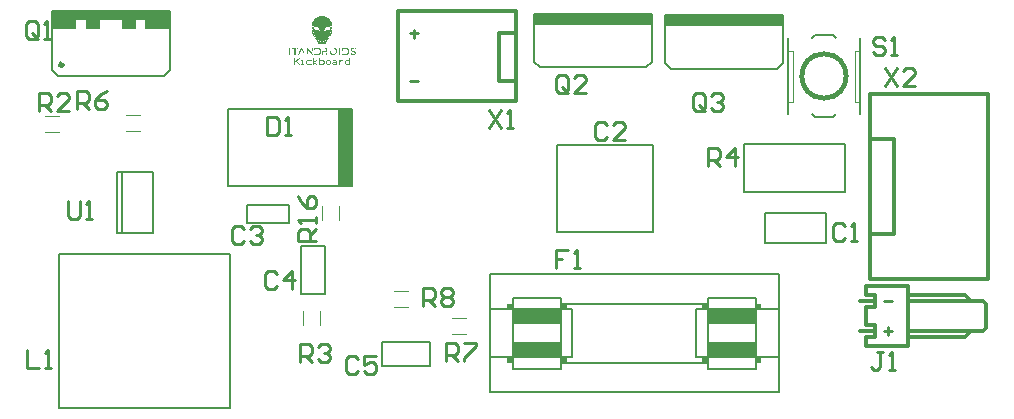
<source format=gto>
G04*
G04 #@! TF.GenerationSoftware,Altium Limited,Altium Designer,21.6.1 (37)*
G04*
G04 Layer_Color=65535*
%FSLAX23Y23*%
%MOIN*%
G70*
G04*
G04 #@! TF.SameCoordinates,0FF5D6F2-8617-485F-BAA8-9F26F2E2BD2E*
G04*
G04*
G04 #@! TF.FilePolarity,Positive*
G04*
G01*
G75*
%ADD10C,0.015*%
%ADD11C,0.008*%
%ADD12C,0.012*%
%ADD13C,0.004*%
%ADD14C,0.004*%
%ADD15C,0.010*%
%ADD16R,0.048X0.256*%
G36*
X2185Y1291D02*
X1791D01*
Y1323D01*
X2185D01*
Y1291D01*
D02*
G37*
G36*
X2622Y1287D02*
X2228D01*
Y1319D01*
X2622D01*
Y1287D01*
D02*
G37*
G36*
X579Y1276D02*
X500D01*
Y1305D01*
X461D01*
Y1276D01*
X421D01*
Y1305D01*
X343D01*
Y1276D01*
X303D01*
Y1305D01*
X264D01*
Y1276D01*
X185D01*
Y1335D01*
X579D01*
Y1276D01*
D02*
G37*
G36*
X1095Y1316D02*
X1096D01*
Y1316D01*
X1097D01*
Y1315D01*
X1098D01*
Y1315D01*
X1099D01*
Y1315D01*
X1100D01*
Y1314D01*
X1101D01*
Y1314D01*
X1102D01*
Y1313D01*
X1103D01*
Y1313D01*
X1103D01*
Y1312D01*
X1104D01*
Y1312D01*
X1105D01*
Y1312D01*
X1105D01*
Y1311D01*
X1106D01*
Y1311D01*
X1107D01*
Y1310D01*
X1107D01*
Y1310D01*
X1108D01*
Y1310D01*
X1108D01*
Y1309D01*
X1108D01*
Y1309D01*
X1109D01*
Y1308D01*
X1109D01*
Y1308D01*
X1110D01*
Y1308D01*
X1110D01*
Y1307D01*
X1110D01*
Y1307D01*
X1111D01*
Y1306D01*
X1111D01*
Y1306D01*
X1112D01*
Y1305D01*
X1112D01*
Y1305D01*
X1113D01*
Y1305D01*
Y1304D01*
X1113D01*
Y1304D01*
Y1303D01*
Y1303D01*
X1114D01*
Y1303D01*
Y1302D01*
X1115D01*
Y1302D01*
Y1301D01*
X1115D01*
Y1301D01*
Y1300D01*
Y1300D01*
X1116D01*
Y1300D01*
X1116D01*
Y1299D01*
Y1299D01*
X1117D01*
Y1298D01*
Y1298D01*
X1117D01*
Y1298D01*
Y1297D01*
X1118D01*
Y1297D01*
Y1296D01*
Y1296D01*
X1118D01*
Y1295D01*
Y1295D01*
Y1295D01*
X1118D01*
Y1294D01*
Y1294D01*
Y1293D01*
Y1293D01*
X1119D01*
Y1293D01*
Y1292D01*
X1119D01*
Y1292D01*
Y1291D01*
Y1291D01*
X1120D01*
Y1290D01*
Y1290D01*
Y1290D01*
Y1289D01*
Y1289D01*
Y1288D01*
Y1288D01*
Y1288D01*
X1120D01*
Y1287D01*
Y1287D01*
Y1286D01*
Y1286D01*
Y1286D01*
Y1285D01*
Y1285D01*
Y1284D01*
X1119D01*
Y1284D01*
X1118D01*
Y1283D01*
X1116D01*
Y1283D01*
X1115D01*
Y1283D01*
X1113D01*
Y1282D01*
X1112D01*
Y1282D01*
X1110D01*
Y1281D01*
X1108D01*
Y1281D01*
X1107D01*
Y1281D01*
X1106D01*
Y1280D01*
X1104D01*
Y1280D01*
X1103D01*
Y1279D01*
X1101D01*
Y1279D01*
X1099D01*
Y1278D01*
X1098D01*
Y1278D01*
Y1278D01*
X1098D01*
Y1277D01*
X1097D01*
Y1277D01*
X1097D01*
Y1276D01*
Y1276D01*
X1096D01*
Y1276D01*
X1096D01*
Y1275D01*
Y1275D01*
Y1274D01*
X1096D01*
Y1274D01*
Y1273D01*
X1095D01*
Y1273D01*
X1095D01*
Y1273D01*
Y1272D01*
Y1272D01*
X1094D01*
Y1271D01*
Y1271D01*
Y1271D01*
X1094D01*
Y1270D01*
Y1270D01*
X1093D01*
Y1269D01*
Y1269D01*
X1093D01*
Y1268D01*
Y1268D01*
X1091D01*
Y1268D01*
X1090D01*
Y1267D01*
X1088D01*
Y1267D01*
X1087D01*
Y1266D01*
X1085D01*
Y1267D01*
X1084D01*
Y1267D01*
X1082D01*
Y1268D01*
X1081D01*
Y1268D01*
X1079D01*
Y1268D01*
X1079D01*
Y1269D01*
Y1269D01*
X1079D01*
Y1270D01*
Y1270D01*
X1078D01*
Y1271D01*
Y1271D01*
X1078D01*
Y1271D01*
Y1272D01*
Y1272D01*
X1077D01*
Y1273D01*
X1077D01*
Y1273D01*
Y1273D01*
Y1274D01*
X1076D01*
Y1274D01*
X1076D01*
Y1275D01*
Y1275D01*
Y1276D01*
Y1276D01*
X1076D01*
Y1276D01*
X1075D01*
Y1277D01*
Y1277D01*
X1074D01*
Y1278D01*
Y1278D01*
Y1278D01*
X1074D01*
Y1279D01*
X1072D01*
Y1279D01*
X1071D01*
Y1280D01*
X1069D01*
Y1280D01*
X1068D01*
Y1281D01*
X1066D01*
Y1281D01*
X1065D01*
Y1281D01*
X1063D01*
Y1282D01*
X1062D01*
Y1282D01*
X1060D01*
Y1283D01*
X1059D01*
Y1283D01*
X1057D01*
Y1283D01*
X1056D01*
Y1284D01*
X1054D01*
Y1284D01*
X1053D01*
Y1285D01*
X1052D01*
Y1285D01*
Y1286D01*
Y1286D01*
X1052D01*
Y1286D01*
Y1287D01*
Y1287D01*
Y1288D01*
Y1288D01*
Y1288D01*
Y1289D01*
Y1289D01*
Y1290D01*
Y1290D01*
X1053D01*
Y1290D01*
Y1291D01*
Y1291D01*
Y1292D01*
X1053D01*
Y1292D01*
Y1293D01*
Y1293D01*
Y1293D01*
X1054D01*
Y1294D01*
Y1294D01*
X1054D01*
Y1295D01*
Y1295D01*
X1054D01*
Y1295D01*
Y1296D01*
Y1296D01*
Y1297D01*
X1055D01*
Y1297D01*
X1055D01*
Y1298D01*
Y1298D01*
Y1298D01*
Y1299D01*
X1056D01*
Y1299D01*
Y1300D01*
X1057D01*
Y1300D01*
Y1300D01*
Y1301D01*
X1057D01*
Y1301D01*
Y1302D01*
Y1302D01*
X1058D01*
Y1303D01*
X1058D01*
Y1303D01*
Y1303D01*
X1059D01*
Y1304D01*
X1059D01*
Y1304D01*
X1059D01*
Y1305D01*
Y1305D01*
X1060D01*
Y1305D01*
X1060D01*
Y1306D01*
X1061D01*
Y1306D01*
Y1307D01*
X1062D01*
Y1307D01*
X1062D01*
Y1308D01*
X1062D01*
Y1308D01*
X1063D01*
Y1308D01*
X1063D01*
Y1309D01*
X1064D01*
Y1309D01*
X1064D01*
Y1310D01*
X1064D01*
Y1310D01*
X1065D01*
Y1310D01*
X1066D01*
Y1311D01*
X1066D01*
Y1311D01*
X1067D01*
Y1312D01*
X1067D01*
Y1312D01*
X1068D01*
Y1312D01*
X1069D01*
Y1313D01*
X1069D01*
Y1313D01*
X1070D01*
Y1314D01*
X1071D01*
Y1314D01*
X1072D01*
Y1315D01*
X1073D01*
Y1315D01*
X1074D01*
Y1315D01*
X1075D01*
Y1316D01*
X1076D01*
Y1316D01*
X1077D01*
Y1317D01*
X1095D01*
Y1316D01*
D02*
G37*
G36*
X1120Y1282D02*
X1120D01*
Y1281D01*
Y1281D01*
X1119D01*
Y1281D01*
Y1280D01*
Y1280D01*
Y1279D01*
X1119D01*
Y1279D01*
Y1278D01*
Y1278D01*
X1118D01*
Y1278D01*
Y1277D01*
Y1277D01*
Y1276D01*
Y1276D01*
X1118D01*
Y1276D01*
Y1275D01*
X1118D01*
Y1275D01*
Y1274D01*
Y1274D01*
X1117D01*
Y1273D01*
Y1273D01*
Y1273D01*
Y1272D01*
X1117D01*
Y1272D01*
Y1271D01*
X1116D01*
Y1271D01*
Y1271D01*
Y1270D01*
Y1270D01*
Y1269D01*
X1116D01*
Y1269D01*
Y1268D01*
X1115D01*
Y1268D01*
Y1268D01*
Y1267D01*
X1115D01*
Y1267D01*
X1115D01*
Y1266D01*
X1115D01*
Y1266D01*
Y1266D01*
Y1265D01*
X1115D01*
Y1265D01*
Y1264D01*
X1114D01*
Y1264D01*
Y1264D01*
Y1263D01*
Y1263D01*
X1114D01*
Y1262D01*
Y1262D01*
Y1261D01*
X1113D01*
Y1261D01*
Y1261D01*
Y1260D01*
Y1260D01*
X1113D01*
Y1259D01*
Y1259D01*
Y1259D01*
X1113D01*
Y1258D01*
Y1258D01*
X1112D01*
Y1257D01*
Y1257D01*
Y1256D01*
Y1256D01*
Y1256D01*
X1112D01*
Y1255D01*
Y1255D01*
X1111D01*
Y1254D01*
Y1254D01*
Y1254D01*
X1111D01*
Y1253D01*
X1111D01*
Y1253D01*
X1111D01*
Y1252D01*
Y1252D01*
X1110D01*
Y1251D01*
Y1251D01*
Y1251D01*
X1110D01*
Y1250D01*
Y1250D01*
Y1249D01*
Y1249D01*
X1110D01*
Y1249D01*
Y1248D01*
Y1248D01*
X1109D01*
Y1247D01*
Y1247D01*
X1109D01*
Y1246D01*
X1108D01*
Y1246D01*
X1108D01*
Y1246D01*
X1107D01*
Y1245D01*
X1106D01*
Y1245D01*
X1106D01*
Y1244D01*
X1105D01*
Y1244D01*
X1104D01*
Y1244D01*
X1104D01*
Y1243D01*
X1103D01*
Y1243D01*
X1103D01*
Y1242D01*
X1102D01*
Y1242D01*
X1102D01*
Y1242D01*
X1101D01*
Y1241D01*
X1101D01*
Y1241D01*
Y1240D01*
X1101D01*
Y1240D01*
X1100D01*
Y1239D01*
X1100D01*
Y1239D01*
X1099D01*
Y1239D01*
X1099D01*
Y1238D01*
Y1238D01*
X1098D01*
Y1237D01*
X1098D01*
Y1237D01*
X1098D01*
Y1237D01*
Y1236D01*
X1097D01*
Y1236D01*
X1097D01*
Y1235D01*
X1096D01*
Y1235D01*
X1096D01*
Y1234D01*
Y1234D01*
X1095D01*
Y1234D01*
X1094D01*
Y1233D01*
X1091D01*
Y1233D01*
X1090D01*
Y1232D01*
X1088D01*
Y1232D01*
X1086D01*
Y1232D01*
Y1233D01*
Y1233D01*
Y1234D01*
Y1234D01*
Y1234D01*
Y1235D01*
Y1235D01*
Y1236D01*
Y1236D01*
Y1237D01*
Y1237D01*
Y1237D01*
Y1238D01*
Y1238D01*
Y1239D01*
Y1239D01*
Y1239D01*
Y1240D01*
Y1240D01*
Y1241D01*
Y1241D01*
Y1242D01*
Y1242D01*
Y1242D01*
Y1243D01*
Y1243D01*
Y1244D01*
Y1244D01*
Y1244D01*
Y1245D01*
Y1245D01*
Y1246D01*
Y1246D01*
Y1246D01*
Y1247D01*
Y1247D01*
Y1248D01*
Y1248D01*
Y1249D01*
Y1249D01*
Y1249D01*
Y1250D01*
Y1250D01*
Y1251D01*
Y1251D01*
Y1251D01*
Y1252D01*
Y1252D01*
Y1253D01*
Y1253D01*
Y1254D01*
Y1254D01*
Y1254D01*
Y1255D01*
Y1255D01*
Y1256D01*
Y1256D01*
Y1256D01*
Y1257D01*
Y1257D01*
Y1258D01*
Y1258D01*
Y1259D01*
Y1259D01*
Y1259D01*
Y1260D01*
Y1260D01*
Y1261D01*
Y1261D01*
Y1261D01*
Y1262D01*
Y1262D01*
Y1263D01*
Y1263D01*
Y1264D01*
Y1264D01*
Y1264D01*
Y1265D01*
Y1265D01*
Y1266D01*
X1087D01*
Y1266D01*
X1089D01*
Y1266D01*
X1090D01*
Y1267D01*
X1091D01*
Y1267D01*
X1093D01*
Y1268D01*
X1094D01*
Y1268D01*
X1096D01*
Y1268D01*
X1098D01*
Y1269D01*
X1099D01*
Y1269D01*
X1101D01*
Y1270D01*
X1102D01*
Y1270D01*
X1104D01*
Y1271D01*
X1105D01*
Y1271D01*
X1107D01*
Y1271D01*
X1108D01*
Y1272D01*
X1110D01*
Y1272D01*
X1111D01*
Y1273D01*
Y1273D01*
Y1273D01*
X1111D01*
Y1274D01*
Y1274D01*
X1112D01*
Y1275D01*
Y1275D01*
X1112D01*
Y1276D01*
X1113D01*
Y1276D01*
Y1276D01*
X1113D01*
Y1277D01*
Y1277D01*
Y1278D01*
X1113D01*
Y1278D01*
X1114D01*
Y1278D01*
Y1279D01*
Y1279D01*
X1114D01*
Y1280D01*
X1115D01*
Y1280D01*
X1115D01*
Y1281D01*
Y1281D01*
X1115D01*
Y1281D01*
X1118D01*
Y1282D01*
X1119D01*
Y1282D01*
X1120D01*
Y1282D01*
D02*
G37*
G36*
X1054Y1282D02*
X1055D01*
Y1282D01*
X1056D01*
Y1281D01*
X1057D01*
Y1281D01*
X1057D01*
Y1281D01*
X1058D01*
Y1280D01*
Y1280D01*
Y1279D01*
X1058D01*
Y1279D01*
Y1278D01*
X1059D01*
Y1278D01*
X1059D01*
Y1278D01*
Y1277D01*
Y1277D01*
X1059D01*
Y1276D01*
X1060D01*
Y1276D01*
Y1276D01*
Y1275D01*
X1060D01*
Y1275D01*
Y1274D01*
X1061D01*
Y1274D01*
X1061D01*
Y1273D01*
Y1273D01*
Y1273D01*
X1062D01*
Y1272D01*
X1064D01*
Y1272D01*
X1065D01*
Y1271D01*
X1066D01*
Y1271D01*
X1068D01*
Y1271D01*
X1069D01*
Y1270D01*
X1071D01*
Y1270D01*
X1072D01*
Y1269D01*
X1074D01*
Y1269D01*
X1075D01*
Y1268D01*
X1076D01*
Y1268D01*
X1078D01*
Y1268D01*
X1079D01*
Y1267D01*
X1081D01*
Y1267D01*
X1082D01*
Y1266D01*
X1083D01*
Y1266D01*
X1085D01*
Y1266D01*
X1086D01*
Y1265D01*
Y1265D01*
Y1264D01*
Y1264D01*
Y1264D01*
Y1263D01*
Y1263D01*
Y1262D01*
Y1262D01*
Y1261D01*
Y1261D01*
Y1261D01*
Y1260D01*
Y1260D01*
Y1259D01*
Y1259D01*
Y1259D01*
Y1258D01*
Y1258D01*
Y1257D01*
Y1257D01*
Y1256D01*
Y1256D01*
Y1256D01*
Y1255D01*
Y1255D01*
Y1254D01*
Y1254D01*
Y1254D01*
Y1253D01*
Y1253D01*
Y1252D01*
Y1252D01*
Y1251D01*
Y1251D01*
Y1251D01*
Y1250D01*
Y1250D01*
Y1249D01*
Y1249D01*
Y1249D01*
Y1248D01*
Y1248D01*
Y1247D01*
Y1247D01*
Y1246D01*
Y1246D01*
Y1246D01*
Y1245D01*
Y1245D01*
Y1244D01*
Y1244D01*
Y1244D01*
Y1243D01*
Y1243D01*
Y1242D01*
Y1242D01*
Y1242D01*
Y1241D01*
Y1241D01*
Y1240D01*
Y1240D01*
Y1239D01*
Y1239D01*
Y1239D01*
Y1238D01*
Y1238D01*
Y1237D01*
Y1237D01*
Y1237D01*
Y1236D01*
Y1236D01*
Y1235D01*
Y1235D01*
Y1234D01*
Y1234D01*
Y1234D01*
Y1233D01*
Y1233D01*
Y1232D01*
X1085D01*
Y1232D01*
Y1232D01*
X1085D01*
Y1232D01*
X1084D01*
Y1232D01*
X1081D01*
Y1233D01*
X1080D01*
Y1233D01*
X1078D01*
Y1234D01*
X1077D01*
Y1234D01*
X1076D01*
Y1234D01*
Y1235D01*
X1075D01*
Y1235D01*
X1075D01*
Y1236D01*
X1074D01*
Y1236D01*
X1074D01*
Y1237D01*
Y1237D01*
X1074D01*
Y1237D01*
X1073D01*
Y1238D01*
X1073D01*
Y1238D01*
Y1239D01*
X1072D01*
Y1239D01*
X1072D01*
Y1239D01*
Y1240D01*
X1071D01*
Y1240D01*
X1071D01*
Y1241D01*
Y1241D01*
X1070D01*
Y1242D01*
X1070D01*
Y1242D01*
Y1242D01*
X1069D01*
Y1243D01*
X1069D01*
Y1243D01*
X1068D01*
Y1244D01*
X1067D01*
Y1244D01*
X1067D01*
Y1244D01*
X1066D01*
Y1245D01*
X1066D01*
Y1245D01*
X1065D01*
Y1246D01*
X1064D01*
Y1246D01*
X1064D01*
Y1246D01*
X1064D01*
Y1247D01*
X1063D01*
Y1247D01*
X1062D01*
Y1248D01*
Y1248D01*
X1062D01*
Y1249D01*
Y1249D01*
X1062D01*
Y1249D01*
X1062D01*
Y1250D01*
X1062D01*
Y1250D01*
Y1251D01*
Y1251D01*
X1061D01*
Y1251D01*
Y1252D01*
Y1252D01*
X1061D01*
Y1253D01*
Y1253D01*
Y1254D01*
Y1254D01*
Y1254D01*
X1060D01*
Y1255D01*
Y1255D01*
X1060D01*
Y1256D01*
Y1256D01*
Y1256D01*
X1059D01*
Y1257D01*
X1060D01*
Y1257D01*
X1059D01*
Y1258D01*
Y1258D01*
Y1259D01*
X1059D01*
Y1259D01*
Y1259D01*
X1059D01*
Y1260D01*
Y1260D01*
Y1261D01*
Y1261D01*
Y1261D01*
X1058D01*
Y1262D01*
Y1262D01*
Y1263D01*
X1058D01*
Y1263D01*
Y1264D01*
Y1264D01*
X1057D01*
Y1264D01*
Y1265D01*
Y1265D01*
Y1266D01*
X1057D01*
Y1266D01*
Y1266D01*
Y1267D01*
X1057D01*
Y1267D01*
Y1268D01*
Y1268D01*
Y1268D01*
Y1269D01*
X1056D01*
Y1269D01*
Y1270D01*
X1056D01*
Y1270D01*
Y1271D01*
Y1271D01*
Y1271D01*
Y1272D01*
X1055D01*
Y1272D01*
Y1273D01*
Y1273D01*
X1055D01*
Y1273D01*
Y1274D01*
X1054D01*
Y1274D01*
Y1275D01*
Y1275D01*
Y1276D01*
Y1276D01*
X1054D01*
Y1276D01*
Y1277D01*
Y1277D01*
X1054D01*
Y1278D01*
Y1278D01*
Y1278D01*
Y1279D01*
X1053D01*
Y1279D01*
Y1280D01*
Y1280D01*
X1053D01*
Y1281D01*
Y1281D01*
Y1281D01*
X1052D01*
Y1282D01*
Y1282D01*
Y1283D01*
X1054D01*
Y1282D01*
D02*
G37*
G36*
X1052Y1279D02*
Y1279D01*
Y1278D01*
X1053D01*
Y1278D01*
X1052D01*
Y1278D01*
X1053D01*
Y1277D01*
Y1277D01*
Y1276D01*
X1053D01*
Y1276D01*
Y1276D01*
X1054D01*
Y1275D01*
Y1275D01*
Y1274D01*
Y1274D01*
Y1273D01*
X1054D01*
Y1273D01*
Y1273D01*
Y1272D01*
X1054D01*
Y1272D01*
Y1271D01*
Y1271D01*
Y1271D01*
X1055D01*
Y1270D01*
Y1270D01*
Y1269D01*
X1055D01*
Y1269D01*
Y1268D01*
Y1268D01*
X1056D01*
Y1268D01*
Y1267D01*
Y1267D01*
Y1266D01*
Y1266D01*
X1056D01*
Y1266D01*
Y1265D01*
X1057D01*
Y1265D01*
Y1264D01*
Y1264D01*
X1057D01*
Y1264D01*
X1057D01*
Y1263D01*
X1057D01*
Y1263D01*
Y1262D01*
Y1262D01*
X1057D01*
Y1261D01*
Y1261D01*
X1058D01*
Y1261D01*
Y1260D01*
Y1260D01*
Y1259D01*
Y1259D01*
X1058D01*
Y1259D01*
Y1258D01*
Y1258D01*
X1059D01*
Y1257D01*
Y1257D01*
Y1256D01*
Y1256D01*
X1059D01*
Y1256D01*
Y1255D01*
Y1255D01*
X1059D01*
Y1254D01*
Y1254D01*
Y1254D01*
X1060D01*
Y1253D01*
Y1253D01*
Y1252D01*
Y1252D01*
Y1251D01*
X1060D01*
Y1251D01*
Y1251D01*
X1061D01*
Y1250D01*
Y1250D01*
Y1249D01*
Y1249D01*
Y1249D01*
X1061D01*
Y1248D01*
Y1248D01*
X1062D01*
Y1247D01*
Y1247D01*
X1062D01*
Y1246D01*
X1062D01*
Y1246D01*
X1063D01*
Y1246D01*
X1064D01*
Y1245D01*
X1064D01*
Y1245D01*
X1065D01*
Y1244D01*
X1065D01*
Y1244D01*
X1066D01*
Y1244D01*
X1066D01*
Y1243D01*
X1067D01*
Y1243D01*
X1068D01*
Y1242D01*
X1068D01*
Y1242D01*
X1069D01*
Y1242D01*
Y1241D01*
X1069D01*
Y1241D01*
X1070D01*
Y1240D01*
X1070D01*
Y1240D01*
Y1239D01*
X1071D01*
Y1239D01*
X1071D01*
Y1239D01*
Y1238D01*
X1072D01*
Y1238D01*
X1072D01*
Y1237D01*
Y1237D01*
Y1237D01*
X1073D01*
Y1236D01*
Y1236D01*
X1074D01*
Y1235D01*
X1074D01*
Y1235D01*
X1074D01*
Y1234D01*
Y1234D01*
X1075D01*
Y1234D01*
X1075D01*
Y1233D01*
X1076D01*
Y1233D01*
X1078D01*
Y1232D01*
X1080D01*
Y1232D01*
X1081D01*
Y1232D01*
X1082D01*
Y1231D01*
X1084D01*
Y1231D01*
X1087D01*
Y1231D01*
X1089D01*
Y1232D01*
X1091D01*
Y1232D01*
X1092D01*
Y1232D01*
X1094D01*
Y1233D01*
X1096D01*
Y1233D01*
X1096D01*
Y1234D01*
Y1234D01*
X1097D01*
Y1234D01*
X1097D01*
Y1235D01*
X1098D01*
Y1235D01*
X1098D01*
Y1236D01*
Y1236D01*
X1098D01*
Y1237D01*
X1099D01*
Y1237D01*
X1099D01*
Y1237D01*
X1100D01*
Y1238D01*
X1100D01*
Y1238D01*
Y1239D01*
X1101D01*
Y1239D01*
X1101D01*
Y1239D01*
X1101D01*
Y1240D01*
X1102D01*
Y1240D01*
Y1241D01*
X1102D01*
Y1241D01*
X1103D01*
Y1242D01*
X1103D01*
Y1242D01*
X1104D01*
Y1242D01*
X1104D01*
Y1243D01*
X1105D01*
Y1243D01*
X1106D01*
Y1244D01*
X1106D01*
Y1244D01*
X1107D01*
Y1244D01*
X1107D01*
Y1245D01*
X1108D01*
Y1245D01*
X1108D01*
Y1246D01*
X1109D01*
Y1246D01*
X1110D01*
Y1246D01*
X1110D01*
Y1247D01*
Y1247D01*
X1110D01*
Y1248D01*
Y1248D01*
X1111D01*
Y1249D01*
Y1249D01*
Y1249D01*
Y1250D01*
Y1250D01*
X1111D01*
Y1251D01*
Y1251D01*
X1112D01*
Y1251D01*
Y1252D01*
Y1252D01*
X1112D01*
Y1253D01*
Y1253D01*
Y1254D01*
Y1254D01*
X1113D01*
Y1254D01*
Y1255D01*
Y1255D01*
X1113D01*
Y1256D01*
Y1256D01*
Y1256D01*
Y1257D01*
X1113D01*
Y1257D01*
Y1258D01*
Y1258D01*
X1114D01*
Y1259D01*
Y1259D01*
X1114D01*
Y1259D01*
Y1260D01*
Y1260D01*
Y1261D01*
Y1261D01*
X1115D01*
Y1261D01*
Y1262D01*
X1115D01*
Y1262D01*
Y1263D01*
Y1263D01*
Y1264D01*
Y1264D01*
X1115D01*
Y1264D01*
Y1265D01*
X1116D01*
Y1265D01*
Y1266D01*
Y1266D01*
X1116D01*
Y1266D01*
Y1267D01*
Y1267D01*
Y1268D01*
X1117D01*
Y1268D01*
Y1268D01*
Y1269D01*
X1117D01*
Y1269D01*
Y1270D01*
Y1270D01*
Y1271D01*
X1118D01*
Y1271D01*
Y1271D01*
Y1272D01*
X1118D01*
Y1272D01*
Y1273D01*
X1118D01*
Y1273D01*
Y1273D01*
Y1274D01*
Y1274D01*
X1119D01*
Y1275D01*
Y1275D01*
Y1276D01*
X1119D01*
Y1276D01*
Y1276D01*
Y1277D01*
Y1277D01*
Y1278D01*
X1120D01*
Y1278D01*
Y1278D01*
X1120D01*
Y1278D01*
Y1278D01*
Y1277D01*
Y1277D01*
Y1276D01*
Y1276D01*
Y1276D01*
Y1275D01*
Y1275D01*
Y1274D01*
Y1274D01*
Y1273D01*
Y1273D01*
Y1273D01*
Y1272D01*
Y1272D01*
Y1271D01*
Y1271D01*
Y1271D01*
Y1270D01*
Y1270D01*
Y1269D01*
Y1269D01*
Y1268D01*
Y1268D01*
Y1268D01*
Y1267D01*
Y1267D01*
Y1266D01*
Y1266D01*
Y1266D01*
Y1265D01*
Y1265D01*
Y1264D01*
Y1264D01*
Y1264D01*
Y1263D01*
Y1263D01*
Y1262D01*
X1120D01*
Y1262D01*
Y1261D01*
Y1261D01*
Y1261D01*
Y1260D01*
Y1260D01*
X1119D01*
Y1259D01*
X1119D01*
Y1259D01*
Y1259D01*
X1118D01*
Y1258D01*
Y1258D01*
X1118D01*
Y1257D01*
Y1257D01*
X1118D01*
Y1256D01*
Y1256D01*
X1117D01*
Y1256D01*
X1117D01*
Y1255D01*
Y1255D01*
X1116D01*
Y1254D01*
Y1254D01*
X1116D01*
Y1254D01*
Y1253D01*
X1115D01*
Y1253D01*
X1115D01*
Y1252D01*
Y1252D01*
X1115D01*
Y1251D01*
Y1251D01*
X1114D01*
Y1251D01*
X1114D01*
Y1250D01*
X1113D01*
Y1250D01*
Y1249D01*
X1113D01*
Y1249D01*
Y1249D01*
X1112D01*
Y1248D01*
X1113D01*
Y1248D01*
X1112D01*
Y1247D01*
X1111D01*
Y1247D01*
Y1246D01*
Y1246D01*
X1111D01*
Y1246D01*
X1110D01*
Y1245D01*
Y1245D01*
X1110D01*
Y1244D01*
X1110D01*
Y1244D01*
Y1244D01*
X1109D01*
Y1243D01*
Y1243D01*
X1109D01*
Y1242D01*
X1108D01*
Y1242D01*
Y1242D01*
X1108D01*
Y1241D01*
X1108D01*
Y1241D01*
X1107D01*
Y1240D01*
Y1240D01*
X1107D01*
Y1239D01*
Y1239D01*
X1106D01*
Y1239D01*
Y1238D01*
X1106D01*
Y1238D01*
Y1237D01*
X1105D01*
Y1237D01*
Y1237D01*
X1105D01*
Y1236D01*
X1104D01*
Y1236D01*
Y1235D01*
X1104D01*
Y1235D01*
X1103D01*
Y1234D01*
Y1234D01*
X1103D01*
Y1234D01*
Y1233D01*
X1102D01*
Y1233D01*
Y1232D01*
X1102D01*
Y1232D01*
Y1232D01*
X1101D01*
Y1231D01*
X1101D01*
Y1231D01*
Y1230D01*
X1101D01*
Y1230D01*
Y1229D01*
X1100D01*
Y1229D01*
X1100D01*
Y1229D01*
Y1228D01*
X1099D01*
Y1228D01*
X1099D01*
Y1227D01*
Y1227D01*
X1098D01*
Y1227D01*
X1098D01*
Y1226D01*
Y1226D01*
X1098D01*
Y1225D01*
X1097D01*
Y1225D01*
Y1224D01*
X1097D01*
Y1224D01*
X1093D01*
Y1224D01*
X1074D01*
Y1225D01*
X1074D01*
Y1225D01*
Y1226D01*
X1074D01*
Y1226D01*
Y1227D01*
X1073D01*
Y1227D01*
X1073D01*
Y1227D01*
X1072D01*
Y1228D01*
Y1228D01*
X1072D01*
Y1229D01*
Y1229D01*
Y1229D01*
X1071D01*
Y1230D01*
X1071D01*
Y1230D01*
Y1231D01*
X1070D01*
Y1231D01*
Y1232D01*
X1070D01*
Y1232D01*
Y1232D01*
X1069D01*
Y1233D01*
Y1233D01*
X1069D01*
Y1234D01*
Y1234D01*
X1068D01*
Y1234D01*
Y1235D01*
X1068D01*
Y1235D01*
Y1236D01*
X1067D01*
Y1236D01*
X1067D01*
Y1237D01*
Y1237D01*
X1066D01*
Y1237D01*
Y1238D01*
X1066D01*
Y1238D01*
X1066D01*
Y1239D01*
X1065D01*
Y1239D01*
Y1239D01*
X1065D01*
Y1240D01*
Y1240D01*
X1064D01*
Y1241D01*
Y1241D01*
X1064D01*
Y1242D01*
Y1242D01*
Y1242D01*
X1063D01*
Y1243D01*
X1063D01*
Y1243D01*
Y1244D01*
X1062D01*
Y1244D01*
Y1244D01*
X1062D01*
Y1245D01*
X1062D01*
Y1245D01*
Y1246D01*
X1061D01*
Y1246D01*
X1061D01*
Y1246D01*
Y1247D01*
Y1247D01*
X1060D01*
Y1248D01*
Y1248D01*
X1059D01*
Y1249D01*
Y1249D01*
X1059D01*
Y1249D01*
X1059D01*
Y1250D01*
X1058D01*
Y1250D01*
Y1251D01*
X1058D01*
Y1251D01*
X1057D01*
Y1251D01*
Y1252D01*
X1057D01*
Y1252D01*
Y1253D01*
X1057D01*
Y1253D01*
Y1254D01*
X1056D01*
Y1254D01*
Y1254D01*
X1055D01*
Y1255D01*
Y1255D01*
X1055D01*
Y1256D01*
Y1256D01*
X1054D01*
Y1256D01*
Y1257D01*
X1054D01*
Y1257D01*
Y1258D01*
X1054D01*
Y1258D01*
Y1259D01*
X1053D01*
Y1259D01*
Y1259D01*
Y1260D01*
X1053D01*
Y1260D01*
Y1261D01*
X1052D01*
Y1261D01*
X1052D01*
Y1261D01*
Y1262D01*
Y1262D01*
Y1263D01*
Y1263D01*
Y1264D01*
Y1264D01*
Y1264D01*
Y1265D01*
Y1265D01*
Y1266D01*
Y1266D01*
Y1266D01*
Y1267D01*
Y1267D01*
Y1268D01*
Y1268D01*
Y1268D01*
Y1269D01*
Y1269D01*
Y1270D01*
Y1270D01*
Y1271D01*
Y1271D01*
Y1271D01*
Y1272D01*
Y1272D01*
Y1273D01*
Y1273D01*
Y1273D01*
Y1274D01*
Y1274D01*
Y1275D01*
Y1275D01*
Y1276D01*
Y1276D01*
Y1276D01*
Y1277D01*
Y1277D01*
Y1278D01*
Y1278D01*
Y1278D01*
Y1279D01*
Y1279D01*
Y1280D01*
X1052D01*
Y1279D01*
D02*
G37*
G36*
X1004Y1211D02*
X1005D01*
Y1211D01*
Y1210D01*
Y1210D01*
X1005D01*
Y1210D01*
X1005D01*
Y1209D01*
Y1209D01*
Y1208D01*
X1004D01*
Y1208D01*
X1003D01*
Y1208D01*
X1002D01*
Y1209D01*
X1002D01*
Y1209D01*
Y1210D01*
X1001D01*
Y1210D01*
X1002D01*
Y1210D01*
Y1211D01*
X1002D01*
Y1211D01*
X1003D01*
Y1212D01*
X1004D01*
Y1211D01*
D02*
G37*
G36*
X1197Y1209D02*
X1198D01*
Y1209D01*
Y1208D01*
X1199D01*
Y1208D01*
Y1207D01*
X1198D01*
Y1207D01*
Y1207D01*
Y1206D01*
X1198D01*
Y1206D01*
X1197D01*
Y1205D01*
X1196D01*
Y1206D01*
X1196D01*
Y1206D01*
X1195D01*
Y1207D01*
Y1207D01*
Y1207D01*
Y1208D01*
Y1208D01*
Y1209D01*
X1196D01*
Y1209D01*
X1196D01*
Y1210D01*
X1197D01*
Y1209D01*
D02*
G37*
G36*
X1054Y1210D02*
X1055D01*
Y1210D01*
Y1209D01*
Y1209D01*
Y1208D01*
Y1208D01*
Y1207D01*
Y1207D01*
Y1207D01*
Y1206D01*
Y1206D01*
Y1205D01*
Y1205D01*
Y1205D01*
Y1204D01*
Y1204D01*
Y1203D01*
Y1203D01*
Y1202D01*
Y1202D01*
Y1202D01*
Y1201D01*
Y1201D01*
Y1200D01*
X1054D01*
Y1201D01*
X1053D01*
Y1201D01*
X1052D01*
Y1202D01*
Y1202D01*
Y1202D01*
X1052D01*
Y1203D01*
X1052D01*
Y1203D01*
Y1204D01*
Y1204D01*
Y1205D01*
Y1205D01*
Y1205D01*
Y1206D01*
Y1206D01*
Y1207D01*
Y1207D01*
Y1207D01*
Y1208D01*
X1052D01*
Y1208D01*
Y1209D01*
Y1209D01*
X1052D01*
Y1210D01*
X1053D01*
Y1210D01*
X1054D01*
Y1210D01*
X1054D01*
Y1210D01*
D02*
G37*
G36*
X1019Y1211D02*
X1019D01*
Y1211D01*
X1020D01*
Y1210D01*
X1020D01*
Y1210D01*
X1020D01*
Y1210D01*
X1020D01*
Y1209D01*
X1020D01*
Y1209D01*
Y1208D01*
X1021D01*
Y1208D01*
Y1207D01*
Y1207D01*
X1021D01*
Y1207D01*
X1022D01*
Y1206D01*
Y1206D01*
Y1205D01*
Y1205D01*
X1022D01*
Y1205D01*
X1023D01*
Y1204D01*
Y1204D01*
X1023D01*
Y1203D01*
Y1203D01*
X1023D01*
Y1202D01*
Y1202D01*
Y1202D01*
X1024D01*
Y1201D01*
X1024D01*
Y1201D01*
Y1200D01*
Y1200D01*
X1025D01*
Y1200D01*
X1025D01*
Y1199D01*
Y1199D01*
Y1198D01*
Y1198D01*
X1025D01*
Y1198D01*
X1026D01*
Y1197D01*
Y1197D01*
X1026D01*
Y1196D01*
Y1196D01*
Y1195D01*
X1027D01*
Y1195D01*
Y1195D01*
X1027D01*
Y1194D01*
Y1194D01*
X1027D01*
Y1193D01*
Y1193D01*
X1026D01*
Y1193D01*
X1025D01*
Y1192D01*
X1025D01*
Y1193D01*
X1024D01*
Y1193D01*
X1024D01*
Y1193D01*
X1023D01*
Y1194D01*
Y1194D01*
X1023D01*
Y1195D01*
X1023D01*
Y1195D01*
Y1195D01*
Y1196D01*
X1022D01*
Y1196D01*
X1022D01*
Y1197D01*
Y1197D01*
X1021D01*
Y1198D01*
Y1198D01*
Y1198D01*
X1021D01*
Y1199D01*
X1020D01*
Y1199D01*
Y1200D01*
Y1200D01*
Y1200D01*
X1020D01*
Y1201D01*
X1020D01*
Y1201D01*
Y1202D01*
Y1202D01*
Y1202D01*
X1019D01*
Y1203D01*
X1019D01*
Y1203D01*
Y1204D01*
X1018D01*
Y1204D01*
X1018D01*
Y1205D01*
X1018D01*
Y1204D01*
Y1204D01*
X1017D01*
Y1203D01*
X1017D01*
Y1203D01*
Y1202D01*
Y1202D01*
X1016D01*
Y1202D01*
X1016D01*
Y1201D01*
Y1201D01*
Y1200D01*
Y1200D01*
X1015D01*
Y1200D01*
X1015D01*
Y1199D01*
Y1199D01*
X1015D01*
Y1198D01*
Y1198D01*
Y1198D01*
X1014D01*
Y1197D01*
X1014D01*
Y1197D01*
Y1196D01*
Y1196D01*
Y1195D01*
X1013D01*
Y1195D01*
X1013D01*
Y1195D01*
Y1194D01*
X1013D01*
Y1194D01*
Y1193D01*
Y1193D01*
X1012D01*
Y1193D01*
Y1192D01*
X1012D01*
Y1192D01*
Y1191D01*
X1011D01*
Y1191D01*
Y1190D01*
X1011D01*
Y1190D01*
X1010D01*
Y1190D01*
Y1189D01*
Y1189D01*
Y1188D01*
X1010D01*
Y1188D01*
X1010D01*
Y1188D01*
Y1187D01*
X1009D01*
Y1187D01*
X1009D01*
Y1186D01*
X1007D01*
Y1187D01*
X1006D01*
Y1187D01*
Y1188D01*
X1006D01*
Y1188D01*
X1006D01*
Y1188D01*
X1006D01*
Y1189D01*
X1006D01*
Y1189D01*
Y1190D01*
X1007D01*
Y1190D01*
Y1190D01*
X1007D01*
Y1191D01*
Y1191D01*
Y1192D01*
X1008D01*
Y1192D01*
Y1193D01*
X1008D01*
Y1193D01*
Y1193D01*
Y1194D01*
X1008D01*
Y1194D01*
X1009D01*
Y1195D01*
X1009D01*
Y1195D01*
Y1195D01*
Y1196D01*
X1010D01*
Y1196D01*
Y1197D01*
X1010D01*
Y1197D01*
Y1198D01*
Y1198D01*
X1010D01*
Y1198D01*
Y1199D01*
X1011D01*
Y1199D01*
Y1200D01*
X1011D01*
Y1200D01*
Y1200D01*
Y1201D01*
X1012D01*
Y1201D01*
X1012D01*
Y1202D01*
Y1202D01*
Y1202D01*
X1013D01*
Y1203D01*
X1013D01*
Y1203D01*
Y1204D01*
X1013D01*
Y1204D01*
Y1205D01*
Y1205D01*
X1014D01*
Y1205D01*
Y1206D01*
X1014D01*
Y1206D01*
Y1207D01*
Y1207D01*
X1015D01*
Y1207D01*
Y1208D01*
X1015D01*
Y1208D01*
X1015D01*
Y1209D01*
Y1209D01*
Y1210D01*
X1016D01*
Y1210D01*
X1016D01*
Y1210D01*
Y1211D01*
Y1211D01*
X1017D01*
Y1212D01*
X1019D01*
Y1211D01*
D02*
G37*
G36*
X1130Y1210D02*
X1130D01*
Y1210D01*
X1131D01*
Y1210D01*
X1132D01*
Y1209D01*
X1132D01*
Y1209D01*
X1132D01*
Y1208D01*
X1133D01*
Y1208D01*
X1133D01*
Y1207D01*
Y1207D01*
X1134D01*
Y1207D01*
Y1206D01*
X1135D01*
Y1206D01*
Y1205D01*
X1135D01*
Y1205D01*
Y1205D01*
Y1204D01*
Y1204D01*
X1135D01*
Y1203D01*
Y1203D01*
X1136D01*
Y1202D01*
Y1202D01*
Y1202D01*
Y1201D01*
Y1201D01*
Y1200D01*
Y1200D01*
Y1200D01*
Y1199D01*
Y1199D01*
Y1198D01*
Y1198D01*
Y1198D01*
Y1197D01*
Y1197D01*
Y1196D01*
X1135D01*
Y1196D01*
Y1195D01*
X1135D01*
Y1195D01*
Y1195D01*
Y1194D01*
X1135D01*
Y1194D01*
X1134D01*
Y1193D01*
X1134D01*
Y1193D01*
X1134D01*
Y1193D01*
X1134D01*
Y1192D01*
X1133D01*
Y1192D01*
X1133D01*
Y1191D01*
X1132D01*
Y1191D01*
X1132D01*
Y1190D01*
X1132D01*
Y1190D01*
X1131D01*
Y1190D01*
X1131D01*
Y1189D01*
X1130D01*
Y1189D01*
X1129D01*
Y1188D01*
X1128D01*
Y1188D01*
X1127D01*
Y1188D01*
X1126D01*
Y1187D01*
X1120D01*
Y1188D01*
X1119D01*
Y1188D01*
X1118D01*
Y1188D01*
X1117D01*
Y1189D01*
X1116D01*
Y1189D01*
X1116D01*
Y1190D01*
X1115D01*
Y1190D01*
X1115D01*
Y1190D01*
X1115D01*
Y1191D01*
X1114D01*
Y1191D01*
X1114D01*
Y1192D01*
Y1192D01*
X1113D01*
Y1193D01*
Y1193D01*
Y1193D01*
X1113D01*
Y1194D01*
X1112D01*
Y1194D01*
X1112D01*
Y1195D01*
X1112D01*
Y1195D01*
X1112D01*
Y1195D01*
X1111D01*
Y1196D01*
Y1196D01*
X1111D01*
Y1197D01*
Y1197D01*
Y1198D01*
Y1198D01*
Y1198D01*
Y1199D01*
Y1199D01*
Y1200D01*
Y1200D01*
Y1200D01*
Y1201D01*
Y1201D01*
Y1202D01*
Y1202D01*
Y1202D01*
X1111D01*
Y1203D01*
X1112D01*
Y1203D01*
X1114D01*
Y1203D01*
X1114D01*
Y1202D01*
Y1202D01*
X1115D01*
Y1202D01*
Y1201D01*
Y1201D01*
Y1200D01*
Y1200D01*
Y1200D01*
Y1199D01*
Y1199D01*
Y1198D01*
Y1198D01*
Y1198D01*
X1115D01*
Y1197D01*
Y1197D01*
X1115D01*
Y1196D01*
Y1196D01*
Y1195D01*
X1116D01*
Y1195D01*
Y1195D01*
X1116D01*
Y1194D01*
Y1194D01*
X1117D01*
Y1193D01*
X1118D01*
Y1193D01*
X1118D01*
Y1193D01*
X1119D01*
Y1192D01*
X1119D01*
Y1192D01*
X1120D01*
Y1191D01*
X1122D01*
Y1191D01*
X1125D01*
Y1191D01*
X1126D01*
Y1192D01*
X1128D01*
Y1192D01*
X1128D01*
Y1193D01*
X1128D01*
Y1193D01*
X1129D01*
Y1193D01*
X1130D01*
Y1194D01*
X1130D01*
Y1194D01*
X1130D01*
Y1195D01*
X1131D01*
Y1195D01*
Y1195D01*
X1131D01*
Y1196D01*
Y1196D01*
Y1197D01*
X1132D01*
Y1197D01*
Y1198D01*
X1132D01*
Y1198D01*
Y1198D01*
Y1199D01*
Y1199D01*
Y1200D01*
Y1200D01*
Y1200D01*
Y1201D01*
Y1201D01*
Y1202D01*
Y1202D01*
X1132D01*
Y1202D01*
Y1203D01*
X1131D01*
Y1203D01*
Y1204D01*
Y1204D01*
X1131D01*
Y1205D01*
X1130D01*
Y1205D01*
Y1205D01*
X1130D01*
Y1206D01*
X1130D01*
Y1206D01*
X1129D01*
Y1207D01*
X1128D01*
Y1207D01*
X1128D01*
Y1207D01*
X1128D01*
Y1208D01*
X1127D01*
Y1208D01*
Y1209D01*
X1127D01*
Y1209D01*
Y1210D01*
X1127D01*
Y1210D01*
Y1210D01*
X1128D01*
Y1211D01*
X1130D01*
Y1210D01*
D02*
G37*
G36*
X1191Y1212D02*
X1192D01*
Y1211D01*
X1192D01*
Y1211D01*
Y1210D01*
X1193D01*
Y1210D01*
Y1210D01*
X1192D01*
Y1209D01*
Y1209D01*
X1192D01*
Y1208D01*
X1191D01*
Y1208D01*
X1189D01*
Y1207D01*
X1187D01*
Y1207D01*
X1186D01*
Y1207D01*
X1186D01*
Y1206D01*
Y1206D01*
X1186D01*
Y1205D01*
Y1205D01*
Y1205D01*
Y1204D01*
Y1204D01*
Y1203D01*
Y1203D01*
X1186D01*
Y1202D01*
X1187D01*
Y1202D01*
X1187D01*
Y1202D01*
X1189D01*
Y1201D01*
X1190D01*
Y1201D01*
X1192D01*
Y1200D01*
X1193D01*
Y1200D01*
X1194D01*
Y1200D01*
X1195D01*
Y1199D01*
X1196D01*
Y1199D01*
X1197D01*
Y1198D01*
X1197D01*
Y1198D01*
X1198D01*
Y1198D01*
X1198D01*
Y1197D01*
X1198D01*
Y1197D01*
Y1196D01*
X1199D01*
Y1196D01*
X1198D01*
Y1195D01*
X1199D01*
Y1195D01*
Y1195D01*
Y1194D01*
Y1194D01*
Y1193D01*
Y1193D01*
Y1193D01*
Y1192D01*
Y1192D01*
Y1191D01*
X1198D01*
Y1191D01*
Y1190D01*
Y1190D01*
X1198D01*
Y1190D01*
Y1189D01*
X1197D01*
Y1189D01*
X1197D01*
Y1188D01*
X1196D01*
Y1188D01*
X1196D01*
Y1188D01*
X1195D01*
Y1187D01*
X1193D01*
Y1187D01*
X1192D01*
Y1186D01*
X1188D01*
Y1187D01*
X1187D01*
Y1187D01*
X1186D01*
Y1188D01*
X1185D01*
Y1188D01*
X1184D01*
Y1188D01*
X1184D01*
Y1189D01*
X1183D01*
Y1189D01*
X1183D01*
Y1190D01*
X1182D01*
Y1190D01*
Y1190D01*
X1182D01*
Y1191D01*
Y1191D01*
Y1192D01*
X1182D01*
Y1192D01*
X1183D01*
Y1193D01*
X1185D01*
Y1192D01*
X1186D01*
Y1192D01*
X1186D01*
Y1191D01*
X1187D01*
Y1191D01*
X1188D01*
Y1190D01*
X1193D01*
Y1191D01*
X1194D01*
Y1191D01*
X1194D01*
Y1192D01*
X1195D01*
Y1192D01*
Y1193D01*
X1195D01*
Y1193D01*
Y1193D01*
Y1194D01*
Y1194D01*
Y1195D01*
Y1195D01*
X1194D01*
Y1195D01*
X1194D01*
Y1196D01*
X1194D01*
Y1196D01*
X1191D01*
Y1197D01*
X1190D01*
Y1197D01*
X1189D01*
Y1198D01*
X1188D01*
Y1198D01*
X1186D01*
Y1198D01*
X1185D01*
Y1199D01*
X1185D01*
Y1199D01*
X1184D01*
Y1200D01*
X1184D01*
Y1200D01*
X1183D01*
Y1200D01*
X1183D01*
Y1201D01*
Y1201D01*
X1182D01*
Y1202D01*
Y1202D01*
X1182D01*
Y1202D01*
Y1203D01*
Y1203D01*
Y1204D01*
Y1204D01*
Y1205D01*
Y1205D01*
Y1205D01*
Y1206D01*
Y1206D01*
Y1207D01*
Y1207D01*
X1182D01*
Y1207D01*
X1183D01*
Y1208D01*
Y1208D01*
Y1209D01*
X1183D01*
Y1209D01*
X1184D01*
Y1210D01*
X1184D01*
Y1210D01*
X1185D01*
Y1210D01*
X1185D01*
Y1211D01*
X1186D01*
Y1211D01*
X1187D01*
Y1212D01*
X1188D01*
Y1212D01*
X1191D01*
Y1212D01*
D02*
G37*
G36*
X1036Y1210D02*
X1037D01*
Y1210D01*
X1037D01*
Y1209D01*
X1038D01*
Y1209D01*
X1038D01*
Y1208D01*
X1039D01*
Y1208D01*
X1039D01*
Y1207D01*
X1040D01*
Y1207D01*
X1040D01*
Y1207D01*
X1040D01*
Y1206D01*
X1041D01*
Y1206D01*
X1042D01*
Y1205D01*
X1042D01*
Y1205D01*
X1042D01*
Y1205D01*
X1043D01*
Y1204D01*
X1043D01*
Y1204D01*
X1044D01*
Y1203D01*
X1044D01*
Y1203D01*
X1045D01*
Y1202D01*
X1045D01*
Y1202D01*
X1045D01*
Y1202D01*
X1046D01*
Y1201D01*
X1046D01*
Y1201D01*
X1047D01*
Y1200D01*
X1047D01*
Y1200D01*
X1047D01*
Y1200D01*
X1048D01*
Y1199D01*
X1048D01*
Y1199D01*
X1049D01*
Y1198D01*
X1049D01*
Y1198D01*
X1049D01*
Y1198D01*
X1050D01*
Y1197D01*
X1050D01*
Y1197D01*
X1051D01*
Y1196D01*
X1051D01*
Y1196D01*
X1052D01*
Y1195D01*
Y1195D01*
X1052D01*
Y1195D01*
X1052D01*
Y1194D01*
X1053D01*
Y1194D01*
X1053D01*
Y1193D01*
X1054D01*
Y1193D01*
Y1193D01*
X1054D01*
Y1192D01*
Y1192D01*
X1055D01*
Y1191D01*
Y1191D01*
Y1190D01*
X1056D01*
Y1190D01*
Y1190D01*
Y1189D01*
X1055D01*
Y1189D01*
Y1188D01*
X1055D01*
Y1188D01*
X1054D01*
Y1188D01*
X1054D01*
Y1189D01*
X1053D01*
Y1189D01*
X1052D01*
Y1190D01*
Y1190D01*
X1052D01*
Y1190D01*
Y1191D01*
X1051D01*
Y1191D01*
X1050D01*
Y1192D01*
X1050D01*
Y1192D01*
X1049D01*
Y1193D01*
X1049D01*
Y1193D01*
X1049D01*
Y1193D01*
X1048D01*
Y1194D01*
X1048D01*
Y1194D01*
X1047D01*
Y1195D01*
X1047D01*
Y1195D01*
X1047D01*
Y1195D01*
X1046D01*
Y1196D01*
X1046D01*
Y1196D01*
X1045D01*
Y1197D01*
X1045D01*
Y1197D01*
X1045D01*
Y1198D01*
X1044D01*
Y1198D01*
X1044D01*
Y1198D01*
X1043D01*
Y1199D01*
X1043D01*
Y1199D01*
X1042D01*
Y1200D01*
X1042D01*
Y1200D01*
X1042D01*
Y1200D01*
X1041D01*
Y1201D01*
X1040D01*
Y1201D01*
X1040D01*
Y1202D01*
Y1202D01*
Y1202D01*
X1039D01*
Y1203D01*
X1038D01*
Y1202D01*
Y1202D01*
Y1202D01*
Y1201D01*
Y1201D01*
Y1200D01*
Y1200D01*
Y1200D01*
Y1199D01*
Y1199D01*
Y1198D01*
Y1198D01*
X1038D01*
Y1198D01*
Y1197D01*
Y1197D01*
Y1196D01*
Y1196D01*
Y1195D01*
Y1195D01*
Y1195D01*
Y1194D01*
Y1194D01*
X1038D01*
Y1193D01*
Y1193D01*
Y1193D01*
Y1192D01*
Y1192D01*
Y1191D01*
Y1191D01*
Y1190D01*
X1038D01*
Y1190D01*
Y1190D01*
Y1189D01*
X1037D01*
Y1189D01*
Y1188D01*
X1037D01*
Y1188D01*
X1037D01*
Y1188D01*
X1035D01*
Y1187D01*
X1035D01*
Y1188D01*
Y1188D01*
Y1188D01*
Y1189D01*
Y1189D01*
Y1190D01*
Y1190D01*
Y1190D01*
Y1191D01*
Y1191D01*
Y1192D01*
Y1192D01*
Y1193D01*
Y1193D01*
Y1193D01*
Y1194D01*
Y1194D01*
Y1195D01*
Y1195D01*
Y1195D01*
Y1196D01*
Y1196D01*
Y1197D01*
Y1197D01*
Y1198D01*
Y1198D01*
Y1198D01*
Y1199D01*
Y1199D01*
Y1200D01*
Y1200D01*
Y1200D01*
Y1201D01*
Y1201D01*
Y1202D01*
Y1202D01*
Y1202D01*
Y1203D01*
Y1203D01*
Y1204D01*
Y1204D01*
Y1205D01*
Y1205D01*
Y1205D01*
Y1206D01*
Y1206D01*
Y1207D01*
Y1207D01*
Y1207D01*
Y1208D01*
Y1208D01*
Y1209D01*
Y1209D01*
Y1210D01*
Y1210D01*
Y1210D01*
X1036D01*
Y1210D01*
D02*
G37*
G36*
X1168Y1211D02*
X1169D01*
Y1211D01*
X1170D01*
Y1210D01*
X1171D01*
Y1210D01*
X1172D01*
Y1210D01*
X1172D01*
Y1209D01*
X1172D01*
Y1209D01*
X1173D01*
Y1208D01*
X1173D01*
Y1208D01*
Y1207D01*
X1174D01*
Y1207D01*
X1174D01*
Y1207D01*
X1174D01*
Y1206D01*
Y1206D01*
X1175D01*
Y1205D01*
Y1205D01*
X1175D01*
Y1205D01*
Y1204D01*
Y1204D01*
X1176D01*
Y1203D01*
Y1203D01*
Y1202D01*
X1176D01*
Y1202D01*
Y1202D01*
Y1201D01*
Y1201D01*
Y1200D01*
Y1200D01*
Y1200D01*
Y1199D01*
Y1199D01*
Y1198D01*
Y1198D01*
Y1198D01*
Y1197D01*
Y1197D01*
Y1196D01*
Y1196D01*
Y1195D01*
X1176D01*
Y1195D01*
Y1195D01*
Y1194D01*
X1175D01*
Y1194D01*
Y1193D01*
Y1193D01*
X1175D01*
Y1193D01*
Y1192D01*
X1174D01*
Y1192D01*
X1174D01*
Y1191D01*
Y1191D01*
X1174D01*
Y1190D01*
X1173D01*
Y1190D01*
Y1190D01*
X1173D01*
Y1189D01*
X1172D01*
Y1189D01*
X1172D01*
Y1188D01*
X1171D01*
Y1188D01*
X1171D01*
Y1188D01*
X1170D01*
Y1187D01*
X1169D01*
Y1187D01*
X1168D01*
Y1186D01*
X1155D01*
Y1187D01*
X1154D01*
Y1187D01*
X1154D01*
Y1188D01*
Y1188D01*
Y1188D01*
Y1189D01*
Y1189D01*
Y1190D01*
X1154D01*
Y1190D01*
X1165D01*
Y1190D01*
X1168D01*
Y1191D01*
X1169D01*
Y1191D01*
X1169D01*
Y1192D01*
X1170D01*
Y1192D01*
X1170D01*
Y1193D01*
Y1193D01*
X1171D01*
Y1193D01*
X1171D01*
Y1194D01*
X1172D01*
Y1194D01*
Y1195D01*
Y1195D01*
Y1195D01*
Y1196D01*
X1172D01*
Y1196D01*
Y1197D01*
X1172D01*
Y1197D01*
Y1198D01*
Y1198D01*
Y1198D01*
Y1199D01*
Y1199D01*
Y1200D01*
Y1200D01*
Y1200D01*
Y1201D01*
Y1201D01*
Y1202D01*
X1172D01*
Y1202D01*
Y1202D01*
X1172D01*
Y1203D01*
Y1203D01*
Y1204D01*
Y1204D01*
X1171D01*
Y1205D01*
X1171D01*
Y1205D01*
X1170D01*
Y1205D01*
Y1206D01*
X1170D01*
Y1206D01*
X1169D01*
Y1207D01*
X1169D01*
Y1207D01*
X1168D01*
Y1207D01*
X1157D01*
Y1207D01*
Y1207D01*
Y1206D01*
Y1206D01*
Y1205D01*
Y1205D01*
Y1205D01*
Y1204D01*
Y1204D01*
Y1203D01*
Y1203D01*
Y1202D01*
Y1202D01*
X1157D01*
Y1202D01*
X1157D01*
Y1201D01*
X1155D01*
Y1202D01*
X1154D01*
Y1202D01*
X1154D01*
Y1202D01*
Y1203D01*
Y1203D01*
Y1204D01*
X1154D01*
Y1204D01*
Y1205D01*
Y1205D01*
Y1205D01*
Y1206D01*
Y1206D01*
Y1207D01*
Y1207D01*
Y1207D01*
Y1208D01*
Y1208D01*
Y1209D01*
Y1209D01*
X1154D01*
Y1210D01*
Y1210D01*
Y1210D01*
Y1211D01*
Y1211D01*
X1155D01*
Y1212D01*
X1168D01*
Y1211D01*
D02*
G37*
G36*
X1146D02*
X1146D01*
Y1211D01*
Y1210D01*
Y1210D01*
X1147D01*
Y1210D01*
Y1209D01*
Y1209D01*
Y1208D01*
Y1208D01*
Y1207D01*
Y1207D01*
Y1207D01*
Y1206D01*
Y1206D01*
Y1205D01*
Y1205D01*
Y1205D01*
Y1204D01*
Y1204D01*
Y1203D01*
Y1203D01*
Y1202D01*
Y1202D01*
Y1202D01*
Y1201D01*
Y1201D01*
Y1200D01*
Y1200D01*
Y1200D01*
Y1199D01*
Y1199D01*
Y1198D01*
Y1198D01*
Y1198D01*
Y1197D01*
Y1197D01*
Y1196D01*
Y1196D01*
Y1195D01*
Y1195D01*
Y1195D01*
Y1194D01*
Y1194D01*
Y1193D01*
Y1193D01*
Y1193D01*
Y1192D01*
Y1192D01*
Y1191D01*
Y1191D01*
Y1190D01*
Y1190D01*
Y1190D01*
Y1189D01*
Y1189D01*
Y1188D01*
Y1188D01*
X1146D01*
Y1188D01*
Y1187D01*
X1146D01*
Y1187D01*
X1145D01*
Y1186D01*
X1144D01*
Y1187D01*
X1143D01*
Y1187D01*
X1143D01*
Y1188D01*
Y1188D01*
Y1188D01*
Y1189D01*
Y1189D01*
Y1190D01*
Y1190D01*
Y1190D01*
Y1191D01*
Y1191D01*
Y1192D01*
Y1192D01*
Y1193D01*
Y1193D01*
Y1193D01*
Y1194D01*
Y1194D01*
Y1195D01*
Y1195D01*
Y1195D01*
Y1196D01*
Y1196D01*
Y1197D01*
Y1197D01*
Y1198D01*
Y1198D01*
Y1198D01*
Y1199D01*
Y1199D01*
Y1200D01*
Y1200D01*
Y1200D01*
Y1201D01*
Y1201D01*
Y1202D01*
Y1202D01*
Y1202D01*
Y1203D01*
Y1203D01*
Y1204D01*
Y1204D01*
Y1205D01*
Y1205D01*
Y1205D01*
Y1206D01*
Y1206D01*
Y1207D01*
Y1207D01*
Y1207D01*
Y1208D01*
Y1208D01*
Y1209D01*
Y1209D01*
Y1210D01*
Y1210D01*
Y1210D01*
Y1211D01*
X1143D01*
Y1211D01*
X1144D01*
Y1212D01*
X1146D01*
Y1211D01*
D02*
G37*
G36*
X1101Y1194D02*
X1101D01*
Y1194D01*
Y1193D01*
X1102D01*
Y1193D01*
Y1193D01*
X1102D01*
Y1192D01*
Y1192D01*
X1103D01*
Y1191D01*
X1103D01*
Y1191D01*
Y1190D01*
Y1190D01*
X1103D01*
Y1190D01*
X1104D01*
Y1189D01*
Y1189D01*
X1104D01*
Y1188D01*
Y1188D01*
Y1188D01*
X1104D01*
Y1187D01*
X1103D01*
Y1187D01*
X1103D01*
Y1186D01*
X1102D01*
Y1187D01*
X1101D01*
Y1187D01*
X1101D01*
Y1188D01*
X1100D01*
Y1188D01*
Y1188D01*
X1100D01*
Y1189D01*
Y1189D01*
Y1190D01*
X1099D01*
Y1190D01*
Y1190D01*
X1099D01*
Y1191D01*
X1098D01*
Y1191D01*
Y1192D01*
Y1192D01*
X1098D01*
Y1193D01*
Y1193D01*
Y1193D01*
X1098D01*
Y1194D01*
Y1194D01*
X1099D01*
Y1195D01*
X1101D01*
Y1194D01*
D02*
G37*
G36*
X1099Y1211D02*
X1100D01*
Y1211D01*
X1101D01*
Y1210D01*
X1101D01*
Y1210D01*
X1102D01*
Y1210D01*
Y1209D01*
X1103D01*
Y1209D01*
X1103D01*
Y1208D01*
Y1208D01*
Y1207D01*
X1103D01*
Y1207D01*
X1104D01*
Y1207D01*
Y1206D01*
Y1206D01*
X1104D01*
Y1205D01*
X1104D01*
Y1205D01*
Y1205D01*
Y1204D01*
Y1204D01*
X1104D01*
Y1203D01*
X1104D01*
Y1203D01*
Y1202D01*
Y1202D01*
X1103D01*
Y1202D01*
Y1201D01*
X1103D01*
Y1201D01*
Y1200D01*
Y1200D01*
X1103D01*
Y1200D01*
X1102D01*
Y1199D01*
X1102D01*
Y1199D01*
X1101D01*
Y1198D01*
X1101D01*
Y1198D01*
X1100D01*
Y1198D01*
X1098D01*
Y1197D01*
X1090D01*
Y1197D01*
Y1196D01*
Y1196D01*
Y1195D01*
Y1195D01*
Y1195D01*
Y1194D01*
Y1194D01*
Y1193D01*
Y1193D01*
Y1193D01*
Y1192D01*
Y1192D01*
Y1191D01*
Y1191D01*
Y1190D01*
Y1190D01*
Y1190D01*
Y1189D01*
Y1189D01*
Y1188D01*
X1089D01*
Y1188D01*
Y1188D01*
Y1187D01*
X1089D01*
Y1187D01*
X1088D01*
Y1186D01*
X1087D01*
Y1187D01*
X1086D01*
Y1187D01*
X1086D01*
Y1188D01*
Y1188D01*
X1086D01*
Y1188D01*
Y1189D01*
Y1189D01*
Y1190D01*
Y1190D01*
Y1190D01*
Y1191D01*
Y1191D01*
Y1192D01*
Y1192D01*
Y1193D01*
Y1193D01*
Y1193D01*
Y1194D01*
Y1194D01*
Y1195D01*
Y1195D01*
Y1195D01*
Y1196D01*
Y1196D01*
Y1197D01*
Y1197D01*
Y1198D01*
Y1198D01*
Y1198D01*
Y1199D01*
Y1199D01*
Y1200D01*
X1086D01*
Y1200D01*
Y1200D01*
X1086D01*
Y1201D01*
X1098D01*
Y1201D01*
X1099D01*
Y1202D01*
X1099D01*
Y1202D01*
X1100D01*
Y1202D01*
Y1203D01*
X1100D01*
Y1203D01*
Y1204D01*
Y1204D01*
Y1205D01*
Y1205D01*
Y1205D01*
Y1206D01*
X1100D01*
Y1206D01*
Y1207D01*
X1099D01*
Y1207D01*
X1099D01*
Y1207D01*
X1097D01*
Y1208D01*
X1096D01*
Y1208D01*
X1096D01*
Y1209D01*
X1095D01*
Y1209D01*
Y1210D01*
X1095D01*
Y1210D01*
X1095D01*
Y1210D01*
Y1211D01*
X1096D01*
Y1211D01*
X1096D01*
Y1212D01*
X1099D01*
Y1211D01*
D02*
G37*
G36*
X1074D02*
X1076D01*
Y1211D01*
X1077D01*
Y1210D01*
X1077D01*
Y1210D01*
X1078D01*
Y1210D01*
X1079D01*
Y1209D01*
X1079D01*
Y1209D01*
X1079D01*
Y1208D01*
Y1208D01*
X1080D01*
Y1207D01*
X1080D01*
Y1207D01*
X1081D01*
Y1207D01*
X1081D01*
Y1206D01*
Y1206D01*
X1081D01*
Y1205D01*
Y1205D01*
Y1205D01*
Y1204D01*
X1082D01*
Y1204D01*
Y1203D01*
X1082D01*
Y1203D01*
Y1202D01*
X1083D01*
Y1202D01*
X1082D01*
Y1202D01*
Y1201D01*
Y1201D01*
X1083D01*
Y1200D01*
Y1200D01*
Y1200D01*
Y1199D01*
Y1199D01*
Y1198D01*
Y1198D01*
Y1198D01*
Y1197D01*
X1082D01*
Y1197D01*
Y1196D01*
Y1196D01*
X1083D01*
Y1195D01*
X1082D01*
Y1195D01*
Y1195D01*
X1082D01*
Y1194D01*
Y1194D01*
X1081D01*
Y1193D01*
Y1193D01*
Y1193D01*
Y1192D01*
X1081D01*
Y1192D01*
Y1191D01*
Y1191D01*
X1080D01*
Y1190D01*
X1080D01*
Y1190D01*
X1079D01*
Y1190D01*
Y1189D01*
X1079D01*
Y1189D01*
X1079D01*
Y1188D01*
X1078D01*
Y1188D01*
X1077D01*
Y1188D01*
X1076D01*
Y1187D01*
X1075D01*
Y1187D01*
X1074D01*
Y1186D01*
X1062D01*
Y1187D01*
X1061D01*
Y1187D01*
Y1188D01*
Y1188D01*
X1060D01*
Y1188D01*
Y1189D01*
Y1189D01*
X1061D01*
Y1190D01*
X1061D01*
Y1190D01*
X1071D01*
Y1190D01*
X1074D01*
Y1191D01*
X1075D01*
Y1191D01*
X1076D01*
Y1192D01*
X1076D01*
Y1192D01*
Y1193D01*
X1077D01*
Y1193D01*
X1077D01*
Y1193D01*
Y1194D01*
X1078D01*
Y1194D01*
X1078D01*
Y1195D01*
Y1195D01*
Y1195D01*
Y1196D01*
X1079D01*
Y1196D01*
Y1197D01*
Y1197D01*
X1079D01*
Y1198D01*
Y1198D01*
Y1198D01*
Y1199D01*
Y1199D01*
Y1200D01*
Y1200D01*
Y1200D01*
Y1201D01*
Y1201D01*
X1079D01*
Y1202D01*
Y1202D01*
Y1202D01*
X1078D01*
Y1203D01*
Y1203D01*
Y1204D01*
X1078D01*
Y1204D01*
Y1205D01*
X1077D01*
Y1205D01*
X1077D01*
Y1205D01*
Y1206D01*
X1076D01*
Y1206D01*
X1076D01*
Y1207D01*
X1075D01*
Y1207D01*
X1074D01*
Y1207D01*
X1064D01*
Y1207D01*
Y1207D01*
Y1206D01*
Y1206D01*
Y1205D01*
Y1205D01*
Y1205D01*
Y1204D01*
Y1204D01*
Y1203D01*
Y1203D01*
Y1202D01*
Y1202D01*
X1064D01*
Y1202D01*
X1063D01*
Y1201D01*
X1062D01*
Y1202D01*
X1061D01*
Y1202D01*
X1061D01*
Y1202D01*
Y1203D01*
Y1203D01*
X1060D01*
Y1204D01*
Y1204D01*
Y1205D01*
Y1205D01*
Y1205D01*
Y1206D01*
Y1206D01*
Y1207D01*
Y1207D01*
Y1207D01*
Y1208D01*
Y1208D01*
Y1209D01*
Y1209D01*
Y1210D01*
Y1210D01*
X1061D01*
Y1210D01*
X1060D01*
Y1211D01*
X1061D01*
Y1211D01*
X1061D01*
Y1212D01*
X1074D01*
Y1211D01*
D02*
G37*
G36*
X997D02*
X998D01*
Y1211D01*
Y1210D01*
X998D01*
Y1210D01*
Y1210D01*
Y1209D01*
Y1209D01*
Y1208D01*
Y1208D01*
Y1207D01*
Y1207D01*
Y1207D01*
Y1206D01*
Y1206D01*
Y1205D01*
Y1205D01*
Y1205D01*
Y1204D01*
Y1204D01*
Y1203D01*
Y1203D01*
Y1202D01*
Y1202D01*
Y1202D01*
Y1201D01*
Y1201D01*
Y1200D01*
Y1200D01*
Y1200D01*
Y1199D01*
Y1199D01*
Y1198D01*
Y1198D01*
Y1198D01*
Y1197D01*
Y1197D01*
Y1196D01*
Y1196D01*
Y1195D01*
Y1195D01*
Y1195D01*
Y1194D01*
Y1194D01*
Y1193D01*
Y1193D01*
Y1193D01*
Y1192D01*
Y1192D01*
Y1191D01*
Y1191D01*
Y1190D01*
Y1190D01*
Y1190D01*
Y1189D01*
Y1189D01*
Y1188D01*
Y1188D01*
X998D01*
Y1188D01*
Y1187D01*
Y1187D01*
X997D01*
Y1186D01*
X995D01*
Y1187D01*
X995D01*
Y1187D01*
X994D01*
Y1188D01*
Y1188D01*
X994D01*
Y1188D01*
Y1189D01*
Y1189D01*
Y1190D01*
Y1190D01*
Y1190D01*
Y1191D01*
Y1191D01*
Y1192D01*
Y1192D01*
Y1193D01*
Y1193D01*
Y1193D01*
Y1194D01*
Y1194D01*
Y1195D01*
Y1195D01*
Y1195D01*
Y1196D01*
Y1196D01*
Y1197D01*
Y1197D01*
Y1198D01*
Y1198D01*
Y1198D01*
Y1199D01*
Y1199D01*
Y1200D01*
Y1200D01*
Y1200D01*
Y1201D01*
Y1201D01*
Y1202D01*
Y1202D01*
Y1202D01*
Y1203D01*
Y1203D01*
Y1204D01*
Y1204D01*
Y1205D01*
Y1205D01*
Y1205D01*
Y1206D01*
Y1206D01*
Y1207D01*
Y1207D01*
Y1207D01*
X989D01*
Y1208D01*
X988D01*
Y1208D01*
X987D01*
Y1209D01*
Y1209D01*
Y1210D01*
X986D01*
Y1210D01*
Y1210D01*
X987D01*
Y1211D01*
Y1211D01*
X988D01*
Y1212D01*
X997D01*
Y1211D01*
D02*
G37*
G36*
X979D02*
X980D01*
Y1211D01*
Y1210D01*
Y1210D01*
Y1210D01*
X980D01*
Y1209D01*
Y1209D01*
Y1208D01*
Y1208D01*
Y1207D01*
Y1207D01*
Y1207D01*
Y1206D01*
Y1206D01*
Y1205D01*
Y1205D01*
Y1205D01*
Y1204D01*
Y1204D01*
Y1203D01*
Y1203D01*
Y1202D01*
Y1202D01*
Y1202D01*
Y1201D01*
Y1201D01*
Y1200D01*
Y1200D01*
Y1200D01*
Y1199D01*
Y1199D01*
Y1198D01*
Y1198D01*
Y1198D01*
Y1197D01*
Y1197D01*
Y1196D01*
Y1196D01*
Y1195D01*
Y1195D01*
Y1195D01*
Y1194D01*
Y1194D01*
Y1193D01*
Y1193D01*
Y1193D01*
Y1192D01*
Y1192D01*
Y1191D01*
Y1191D01*
Y1190D01*
Y1190D01*
Y1190D01*
Y1189D01*
Y1189D01*
Y1188D01*
X980D01*
Y1188D01*
Y1188D01*
Y1187D01*
X979D01*
Y1187D01*
X979D01*
Y1186D01*
X977D01*
Y1187D01*
X976D01*
Y1187D01*
Y1188D01*
X976D01*
Y1188D01*
X976D01*
Y1188D01*
Y1189D01*
Y1189D01*
Y1190D01*
Y1190D01*
Y1190D01*
Y1191D01*
Y1191D01*
Y1192D01*
Y1192D01*
Y1193D01*
Y1193D01*
Y1193D01*
Y1194D01*
Y1194D01*
Y1195D01*
Y1195D01*
Y1195D01*
Y1196D01*
Y1196D01*
Y1197D01*
Y1197D01*
Y1198D01*
Y1198D01*
Y1198D01*
Y1199D01*
Y1199D01*
Y1200D01*
Y1200D01*
Y1200D01*
Y1201D01*
Y1201D01*
Y1202D01*
Y1202D01*
Y1202D01*
Y1203D01*
Y1203D01*
Y1204D01*
Y1204D01*
Y1205D01*
Y1205D01*
Y1205D01*
Y1206D01*
Y1206D01*
Y1207D01*
Y1207D01*
Y1207D01*
Y1208D01*
Y1208D01*
Y1209D01*
Y1209D01*
Y1210D01*
Y1210D01*
X976D01*
Y1210D01*
X976D01*
Y1211D01*
Y1211D01*
X977D01*
Y1212D01*
X979D01*
Y1211D01*
D02*
G37*
G36*
X2550Y339D02*
X2550Y339D01*
X2531D01*
Y358D01*
X2550D01*
Y339D01*
D02*
G37*
G36*
X1901D02*
X1901Y339D01*
X1881D01*
Y358D01*
X1901D01*
Y339D01*
D02*
G37*
G36*
X2373Y339D02*
X2531D01*
Y289D01*
X2373D01*
Y339D01*
X2353D01*
Y358D01*
X2373D01*
Y339D01*
D02*
G37*
G36*
X1723D02*
X1881D01*
Y289D01*
X1723D01*
Y339D01*
X1704D01*
Y358D01*
X1723D01*
Y339D01*
D02*
G37*
G36*
X2531Y181D02*
X2550D01*
Y161D01*
X2550Y161D01*
X2531D01*
Y181D01*
X2373D01*
Y230D01*
X2531D01*
Y181D01*
D02*
G37*
G36*
X2373Y161D02*
X2353D01*
Y181D01*
X2373D01*
Y161D01*
D02*
G37*
G36*
X1881Y181D02*
X1901D01*
Y161D01*
X1901Y161D01*
X1881D01*
Y181D01*
X1723D01*
Y230D01*
X1881D01*
Y181D01*
D02*
G37*
G36*
X1723Y161D02*
X1704D01*
Y181D01*
X1723D01*
Y161D01*
D02*
G37*
%LPC*%
G36*
X1088Y1265D02*
X1088D01*
Y1264D01*
Y1264D01*
Y1264D01*
Y1263D01*
Y1263D01*
Y1262D01*
Y1262D01*
Y1261D01*
Y1261D01*
Y1261D01*
Y1260D01*
Y1260D01*
Y1259D01*
Y1259D01*
Y1259D01*
Y1258D01*
Y1258D01*
Y1257D01*
Y1257D01*
X1088D01*
Y1257D01*
Y1258D01*
Y1258D01*
Y1259D01*
Y1259D01*
Y1259D01*
Y1260D01*
Y1260D01*
Y1261D01*
Y1261D01*
Y1261D01*
Y1262D01*
Y1262D01*
Y1263D01*
Y1263D01*
Y1264D01*
Y1264D01*
Y1264D01*
Y1265D01*
D02*
G37*
G36*
X1084D02*
X1084D01*
Y1264D01*
Y1264D01*
Y1264D01*
Y1263D01*
Y1263D01*
Y1262D01*
Y1262D01*
Y1261D01*
Y1261D01*
Y1261D01*
Y1260D01*
Y1260D01*
Y1259D01*
Y1259D01*
Y1259D01*
Y1258D01*
Y1258D01*
Y1257D01*
Y1257D01*
X1084D01*
Y1257D01*
Y1258D01*
Y1258D01*
Y1259D01*
Y1259D01*
Y1259D01*
Y1260D01*
Y1260D01*
Y1261D01*
Y1261D01*
Y1261D01*
Y1262D01*
Y1262D01*
Y1263D01*
Y1263D01*
Y1264D01*
Y1264D01*
Y1264D01*
Y1265D01*
D02*
G37*
%LPD*%
D10*
X2760Y1043D02*
G03*
X2759Y1043I-1J74D01*
G01*
X220Y1154D02*
G03*
X220Y1154I-4J0D01*
G01*
D11*
X2829Y831D02*
Y890D01*
X2494D02*
X2829D01*
X2494Y732D02*
Y890D01*
Y732D02*
X2829D01*
Y831D01*
X209Y523D02*
X780D01*
X209Y11D02*
Y523D01*
Y11D02*
X780D01*
Y523D01*
X774Y891D02*
Y1006D01*
X1185D01*
Y750D02*
Y1006D01*
X774Y750D02*
X1185D01*
X774D02*
Y891D01*
X1870Y720D02*
Y886D01*
X2190D01*
Y596D02*
Y886D01*
X1870Y596D02*
X2190D01*
X1870D02*
Y720D01*
X404Y796D02*
X475D01*
X522D01*
X404Y685D02*
Y796D01*
X522Y594D02*
Y796D01*
X404Y594D02*
X522D01*
X404D02*
Y685D01*
X420Y598D02*
Y796D01*
X1881Y161D02*
X2373D01*
X1881Y358D02*
X2373D01*
X2334Y181D02*
X2373D01*
X2334D02*
Y339D01*
X2373D01*
X2531Y181D02*
X2609D01*
X2531Y339D02*
X2609D01*
X2531Y142D02*
Y181D01*
X2373Y142D02*
X2531D01*
X2373D02*
Y181D01*
X2531Y339D02*
Y378D01*
X2373D02*
X2531D01*
X2373Y339D02*
Y378D01*
Y181D02*
X2531D01*
Y339D01*
X2373D02*
X2531D01*
X2373Y181D02*
Y339D01*
X1881Y181D02*
X1920D01*
Y339D01*
X1881D02*
X1920D01*
X1881Y142D02*
Y181D01*
X1723Y142D02*
X1881D01*
X1723D02*
Y181D01*
X1881Y339D02*
Y378D01*
X1723D02*
X1881D01*
X1723Y339D02*
Y378D01*
Y181D02*
X1881D01*
Y339D01*
X1723D02*
X1881D01*
X1645Y181D02*
X1723D01*
Y339D01*
X1645D02*
X1723D01*
X1645Y63D02*
X2609D01*
Y457D01*
X1645D02*
X2609D01*
X1645Y63D02*
Y457D01*
X2719Y1245D02*
X2729Y1255D01*
X2788D01*
X2798Y1245D01*
X2719Y989D02*
X2729Y979D01*
X2788D02*
X2798Y989D01*
X2729Y979D02*
X2788D01*
X2639Y989D02*
Y1245D01*
X2879Y989D02*
Y1245D01*
X520Y1276D02*
X559D01*
X500D02*
Y1335D01*
X461Y1276D02*
Y1335D01*
X421Y1276D02*
X461D01*
X421D02*
Y1335D01*
X343Y1276D02*
Y1335D01*
X303Y1276D02*
X343D01*
X303D02*
Y1335D01*
X264Y1276D02*
Y1335D01*
X205Y1276D02*
X244D01*
X579Y1138D02*
Y1197D01*
Y1335D01*
X362Y1118D02*
X500D01*
X185Y1335D02*
X579D01*
X559Y1118D02*
X579Y1138D01*
X500Y1118D02*
X559D01*
X205D02*
X362D01*
X185Y1138D02*
X205Y1118D01*
X185Y1138D02*
Y1335D01*
Y1276D02*
X205D01*
X244D02*
X264D01*
X500D02*
X520D01*
X559D02*
X579D01*
X2766Y653D02*
Y660D01*
X2561D02*
X2766D01*
X2561Y560D02*
Y660D01*
Y560D02*
X2766D01*
Y653D01*
X2228Y1319D02*
X2425D01*
X2228Y1161D02*
Y1319D01*
Y1161D02*
X2248Y1142D01*
X2425D01*
X2425Y1319D02*
X2622D01*
X2425Y1142D02*
X2602D01*
Y1142D02*
X2622Y1161D01*
Y1319D01*
X2228Y1287D02*
X2622D01*
X1791Y1323D02*
X1988D01*
X1791Y1165D02*
Y1323D01*
Y1165D02*
X1811Y1146D01*
X1988D01*
X1988Y1323D02*
X2185D01*
X1988Y1146D02*
X2165D01*
Y1146D02*
X2185Y1165D01*
Y1323D01*
X1791Y1291D02*
X2185D01*
X836Y627D02*
X976D01*
Y686D01*
X836D02*
X976D01*
X836Y627D02*
Y686D01*
X1032Y392D02*
X1095D01*
Y552D01*
X1015D02*
X1095D01*
X1015Y392D02*
Y552D01*
Y392D02*
X1032D01*
X1446Y149D02*
Y163D01*
X1286Y149D02*
X1446D01*
X1286D02*
Y229D01*
X1446D01*
Y163D02*
Y229D01*
D12*
X2913Y439D02*
Y1057D01*
Y439D02*
X3307D01*
Y1057D01*
X2913D02*
X3307D01*
X2913Y906D02*
X2992D01*
Y591D02*
Y906D01*
X2913Y591D02*
X2992D01*
X1677Y1100D02*
X1727D01*
X1677D02*
Y1260D01*
X1727D01*
X1340Y1033D02*
Y1333D01*
Y1033D02*
X1734D01*
Y1333D01*
X1340D02*
X1734D01*
X2880Y267D02*
X2925D01*
X2880Y367D02*
X2930D01*
X3230Y247D02*
X3250Y267D01*
X3040Y247D02*
X3230D01*
Y387D02*
X3250Y367D01*
X3040Y387D02*
X3230D01*
X3300Y277D02*
Y357D01*
X3290Y267D02*
X3300Y277D01*
X3040Y267D02*
X3290D01*
Y367D02*
X3300Y357D01*
X3270Y367D02*
X3290D01*
X3040D02*
X3270D01*
X2920Y217D02*
X3040D01*
Y417D01*
X2920D02*
X3040D01*
X2900Y217D02*
X2920D01*
X2900D02*
Y247D01*
X2930D01*
Y257D01*
X2900Y287D02*
Y347D01*
Y287D02*
X2930D01*
Y257D02*
Y287D01*
X2900Y347D02*
X2930D01*
X2900Y417D02*
X2920D01*
X2900Y387D02*
Y417D01*
Y387D02*
X2930D01*
Y347D02*
Y387D01*
D13*
X433Y933D02*
X480D01*
X433Y988D02*
X480D01*
X161Y984D02*
X209D01*
X161Y929D02*
X209D01*
X1087Y638D02*
Y685D01*
X1142Y638D02*
Y685D01*
X2861Y1202D02*
X2879D01*
X2861Y1032D02*
X2878D01*
X2861Y1032D02*
Y1202D01*
X2639D02*
X2655D01*
X2639Y1032D02*
X2655D01*
X2655Y1032D02*
Y1202D01*
X1520Y256D02*
X1567D01*
X1520Y311D02*
X1567D01*
X1079Y287D02*
Y335D01*
X1024Y287D02*
Y335D01*
X1327Y402D02*
X1374D01*
X1327Y346D02*
X1374D01*
D14*
X994Y1177D02*
Y1156D01*
Y1163D01*
X1008Y1177D01*
X998Y1167D01*
X1008Y1156D01*
X1016D02*
X1023D01*
X1019D01*
Y1170D01*
X1016D01*
X1048D02*
X1037D01*
X1033Y1167D01*
Y1159D01*
X1037Y1156D01*
X1048D01*
X1055D02*
Y1177D01*
Y1163D02*
X1066Y1170D01*
X1055Y1163D02*
X1066Y1156D01*
X1076Y1177D02*
Y1156D01*
X1087D01*
X1091Y1159D01*
Y1163D01*
Y1167D01*
X1087Y1170D01*
X1076D01*
X1101Y1156D02*
X1109D01*
X1112Y1159D01*
Y1167D01*
X1109Y1170D01*
X1101D01*
X1098Y1167D01*
Y1159D01*
X1101Y1156D01*
X1123Y1170D02*
X1130D01*
X1134Y1167D01*
Y1156D01*
X1123D01*
X1119Y1159D01*
X1123Y1163D01*
X1134D01*
X1141Y1170D02*
Y1156D01*
Y1163D01*
X1144Y1167D01*
X1148Y1170D01*
X1152D01*
X1177Y1177D02*
Y1156D01*
X1166D01*
X1162Y1159D01*
Y1167D01*
X1166Y1170D01*
X1177D01*
D15*
X1380Y1101D02*
X1406D01*
X1380Y1259D02*
X1406D01*
X1393Y1272D02*
Y1245D01*
X2960Y367D02*
X2986D01*
X2960Y267D02*
X2986D01*
X2973Y280D02*
Y254D01*
X238Y701D02*
Y651D01*
X248Y641D01*
X268D01*
X278Y651D01*
Y701D01*
X298Y641D02*
X318D01*
X308D01*
Y701D01*
X298Y691D01*
X2961Y1144D02*
X3001Y1084D01*
Y1144D02*
X2961Y1084D01*
X3061D02*
X3021D01*
X3061Y1124D01*
Y1134D01*
X3051Y1144D01*
X3031D01*
X3021Y1134D01*
X1642Y1005D02*
X1682Y945D01*
Y1005D02*
X1642Y945D01*
X1702D02*
X1722D01*
X1712D01*
Y1005D01*
X1702Y995D01*
X2962Y1238D02*
X2952Y1248D01*
X2932D01*
X2922Y1238D01*
Y1228D01*
X2932Y1218D01*
X2952D01*
X2962Y1208D01*
Y1198D01*
X2952Y1188D01*
X2932D01*
X2922Y1198D01*
X2982Y1188D02*
X3002D01*
X2992D01*
Y1248D01*
X2982Y1238D01*
X1065Y567D02*
X1005D01*
Y597D01*
X1015Y607D01*
X1035D01*
X1045Y597D01*
Y567D01*
Y587D02*
X1065Y607D01*
Y627D02*
Y647D01*
Y637D01*
X1005D01*
X1015Y627D01*
X1005Y717D02*
X1015Y697D01*
X1035Y677D01*
X1055D01*
X1065Y687D01*
Y707D01*
X1055Y717D01*
X1045D01*
X1035Y707D01*
Y677D01*
X1422Y352D02*
Y412D01*
X1452D01*
X1462Y402D01*
Y382D01*
X1452Y372D01*
X1422D01*
X1442D02*
X1462Y352D01*
X1482Y402D02*
X1492Y412D01*
X1512D01*
X1522Y402D01*
Y392D01*
X1512Y382D01*
X1522Y372D01*
Y362D01*
X1512Y352D01*
X1492D01*
X1482Y362D01*
Y372D01*
X1492Y382D01*
X1482Y392D01*
Y402D01*
X1492Y382D02*
X1512D01*
X1498Y167D02*
Y227D01*
X1528D01*
X1538Y217D01*
Y197D01*
X1528Y187D01*
X1498D01*
X1518D02*
X1538Y167D01*
X1558Y227D02*
X1598D01*
Y217D01*
X1558Y177D01*
Y167D01*
X269Y1008D02*
Y1068D01*
X299D01*
X309Y1058D01*
Y1038D01*
X299Y1028D01*
X269D01*
X289D02*
X309Y1008D01*
X369Y1068D02*
X349Y1058D01*
X329Y1038D01*
Y1018D01*
X339Y1008D01*
X359D01*
X369Y1018D01*
Y1028D01*
X359Y1038D01*
X329D01*
X2374Y818D02*
Y878D01*
X2404D01*
X2414Y868D01*
Y848D01*
X2404Y838D01*
X2374D01*
X2394D02*
X2414Y818D01*
X2464D02*
Y878D01*
X2434Y848D01*
X2474D01*
X1014Y163D02*
Y223D01*
X1044D01*
X1054Y213D01*
Y193D01*
X1044Y183D01*
X1014D01*
X1034D02*
X1054Y163D01*
X1074Y213D02*
X1084Y223D01*
X1104D01*
X1114Y213D01*
Y203D01*
X1104Y193D01*
X1094D01*
X1104D01*
X1114Y183D01*
Y173D01*
X1104Y163D01*
X1084D01*
X1074Y173D01*
X142Y1000D02*
Y1060D01*
X172D01*
X182Y1050D01*
Y1030D01*
X172Y1020D01*
X142D01*
X162D02*
X182Y1000D01*
X242D02*
X202D01*
X242Y1040D01*
Y1050D01*
X232Y1060D01*
X212D01*
X202Y1050D01*
X2364Y1012D02*
Y1051D01*
X2354Y1061D01*
X2334D01*
X2324Y1051D01*
Y1012D01*
X2334Y1002D01*
X2354D01*
X2344Y1021D02*
X2364Y1002D01*
X2354D02*
X2364Y1012D01*
X2384Y1051D02*
X2394Y1061D01*
X2414D01*
X2424Y1051D01*
Y1041D01*
X2414Y1031D01*
X2404D01*
X2414D01*
X2424Y1021D01*
Y1012D01*
X2414Y1002D01*
X2394D01*
X2384Y1012D01*
X1907Y1069D02*
Y1109D01*
X1897Y1119D01*
X1877D01*
X1867Y1109D01*
Y1069D01*
X1877Y1059D01*
X1897D01*
X1887Y1079D02*
X1907Y1059D01*
X1897D02*
X1907Y1069D01*
X1967Y1059D02*
X1927D01*
X1967Y1099D01*
Y1109D01*
X1957Y1119D01*
X1937D01*
X1927Y1109D01*
X138Y1252D02*
Y1292D01*
X128Y1302D01*
X108D01*
X98Y1292D01*
Y1252D01*
X108Y1242D01*
X128D01*
X118Y1262D02*
X138Y1242D01*
X128D02*
X138Y1252D01*
X158Y1242D02*
X178D01*
X168D01*
Y1302D01*
X158Y1292D01*
X103Y204D02*
Y144D01*
X143D01*
X163D02*
X183D01*
X173D01*
Y204D01*
X163Y194D01*
X2955Y197D02*
X2935D01*
X2945D01*
Y147D01*
X2935Y137D01*
X2925D01*
X2915Y147D01*
X2975Y137D02*
X2995D01*
X2985D01*
Y197D01*
X2975Y187D01*
X1905Y538D02*
X1865D01*
Y508D01*
X1885D01*
X1865D01*
Y478D01*
X1925D02*
X1945D01*
X1935D01*
Y538D01*
X1925Y528D01*
X902Y980D02*
Y920D01*
X932D01*
X942Y930D01*
Y970D01*
X932Y980D01*
X902D01*
X962Y920D02*
X982D01*
X972D01*
Y980D01*
X962Y970D01*
X1205Y175D02*
X1195Y185D01*
X1175D01*
X1165Y175D01*
Y135D01*
X1175Y125D01*
X1195D01*
X1205Y135D01*
X1265Y185D02*
X1225D01*
Y155D01*
X1245Y165D01*
X1255D01*
X1265Y155D01*
Y135D01*
X1255Y125D01*
X1235D01*
X1225Y135D01*
X937Y458D02*
X927Y468D01*
X907D01*
X897Y458D01*
Y418D01*
X907Y408D01*
X927D01*
X937Y418D01*
X987Y408D02*
Y468D01*
X957Y438D01*
X997D01*
X826Y606D02*
X816Y616D01*
X796D01*
X786Y606D01*
Y566D01*
X796Y556D01*
X816D01*
X826Y566D01*
X846Y606D02*
X856Y616D01*
X876D01*
X886Y606D01*
Y596D01*
X876Y586D01*
X866D01*
X876D01*
X886Y576D01*
Y566D01*
X876Y556D01*
X856D01*
X846Y566D01*
X2035Y954D02*
X2025Y964D01*
X2005D01*
X1995Y954D01*
Y914D01*
X2005Y904D01*
X2025D01*
X2035Y914D01*
X2095Y904D02*
X2055D01*
X2095Y944D01*
Y954D01*
X2085Y964D01*
X2065D01*
X2055Y954D01*
X2828Y617D02*
X2818Y627D01*
X2798D01*
X2788Y617D01*
Y577D01*
X2798Y567D01*
X2818D01*
X2828Y577D01*
X2848Y567D02*
X2868D01*
X2858D01*
Y627D01*
X2848Y617D01*
D16*
X1161Y878D02*
D03*
M02*

</source>
